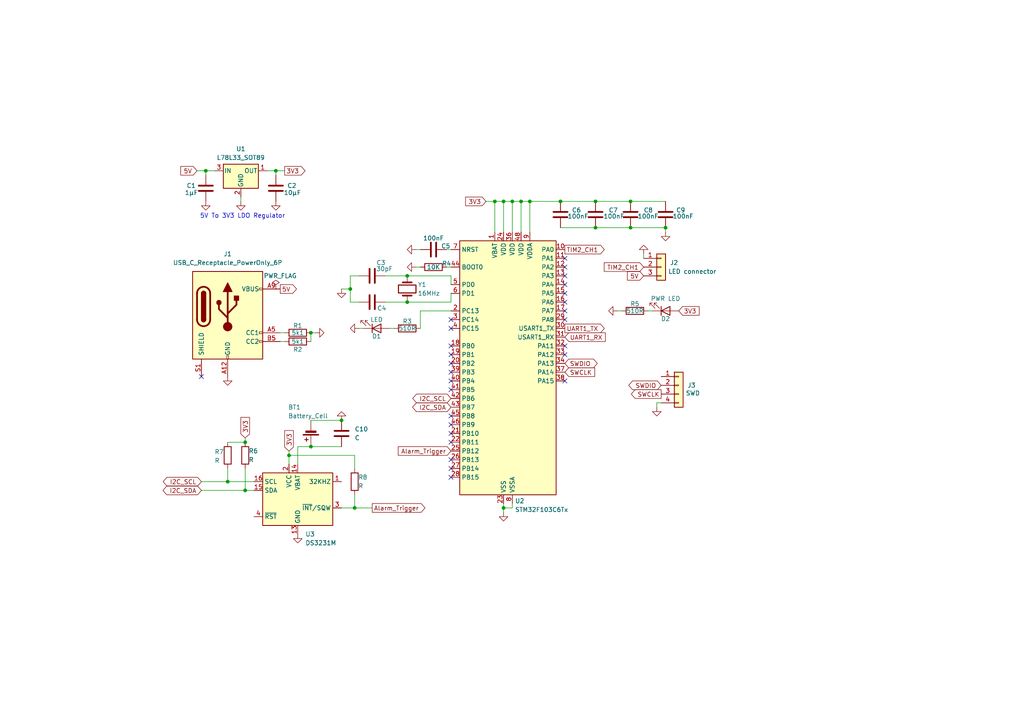
<source format=kicad_sch>
(kicad_sch (version 20231120) (generator "eeschema") (generator_version "8.0")
  (paper "A4")
  (lib_symbols
    (symbol "Connector:USB_C_Receptacle_PowerOnly_6P" (pin_names (offset 1.016))
      (property "Reference" "J" (at 0 16.51 0))
      (property "Value" "USB_C_Receptacle_PowerOnly_6P" (at 0 13.97 0))
      (symbol "USB_C_Receptacle_PowerOnly_6P_0_0"
        (rectangle (start -0.254 -12.7) (end 0.254 -11.684))
        (rectangle (start 10.16 -7.366) (end 9.144 -7.874))
        (rectangle (start 10.16 -4.826) (end 9.144 -5.334))
        (rectangle (start 10.16 7.874) (end 9.144 7.366))
      )
      (symbol "USB_C_Receptacle_PowerOnly_6P_0_1"
        (rectangle (start -10.16 12.7) (end 10.16 -12.7) (stroke (width 0.254)) (fill (type background)))
        (arc (start -8.89 -1.27) (mid -6.985 -3.1667) (end -5.08 -1.27) (stroke (width 0.508)))
        (arc (start -7.62 -1.27) (mid -6.985 -1.9023) (end -6.35 -1.27) (stroke (width 0.254)))
        (arc (start -7.62 -1.27) (mid -6.985 -1.9023) (end -6.35 -1.27) (stroke (width 0.254)) (fill (type outline)))
        (rectangle (start -7.62 -1.27) (end -6.35 6.35) (stroke (width 0.254)) (fill (type outline)))
        (arc (start -6.35 6.35) (mid -6.985 6.9823) (end -7.62 6.35) (stroke (width 0.254)))
        (arc (start -6.35 6.35) (mid -6.985 6.9823) (end -7.62 6.35) (stroke (width 0.254)) (fill (type outline)))
        (arc (start -5.08 6.35) (mid -6.985 8.2467) (end -8.89 6.35) (stroke (width 0.508)))
        (circle (center -2.54 3.683) (radius 0.635) (stroke (width 0.254)) (fill (type outline)))
        (circle (center 0 -3.302) (radius 1.27) (fill (type outline)))
        (polyline (pts (xy -8.89 -1.27) (xy -8.89 6.35)) (stroke (width 0.508)))
        (polyline (pts (xy -5.08 6.35) (xy -5.08 -1.27)) (stroke (width 0.508)))
        (polyline (pts (xy 0 -3.302) (xy 0 6.858)) (stroke (width 0.508)))
        (polyline (pts (xy 0 -0.762) (xy -2.54 1.778) (xy -2.54 3.048)) (stroke (width 0.508)))
        (polyline (pts (xy 0 0.508) (xy 2.54 3.048) (xy 2.54 4.318)) (stroke (width 0.508)))
        (polyline (pts (xy -1.27 6.858) (xy 0 9.398) (xy 1.27 6.858) (xy -1.27 6.858)) (stroke (width 0.254)) (fill (type outline)))
        (rectangle (start 1.905 4.318) (end 3.175 5.588) (stroke (width 0.254)) (fill (type outline)))
      )
      (symbol "USB_C_Receptacle_PowerOnly_6P_1_1"
        (pin passive line (at 0 -17.78 90) (length 5.08) (name "GND") (number "A12"))
        (pin bidirectional line (at 15.24 -5.08 180) (length 5.08) (name "CC1") (number "A5"))
        (pin passive line (at 15.24 7.62 180) (length 5.08) (name "VBUS") (number "A9"))
        (pin passive line (at 0 -17.78 90) (length 5.08) hide (name "GND") (number "B12"))
        (pin bidirectional line (at 15.24 -7.62 180) (length 5.08) (name "CC2") (number "B5"))
        (pin passive line (at 15.24 7.62 180) (length 5.08) hide (name "VBUS") (number "B9"))
        (pin passive line (at -7.62 -17.78 90) (length 5.08) (name "SHIELD") (number "S1"))
      )
    )
    (symbol "Connector_Generic:Conn_01x03" (pin_names (offset 1.016) hide)
      (property "Reference" "J" (at 0 5.08 0))
      (property "Value" "Conn_01x03" (at 0 -5.08 0))
      (symbol "Conn_01x03_1_1"
        (rectangle (start -1.27 -2.413) (end 0 -2.667) (stroke (width 0.1524)))
        (rectangle (start -1.27 0.127) (end 0 -0.127) (stroke (width 0.1524)))
        (rectangle (start -1.27 2.667) (end 0 2.413) (stroke (width 0.1524)))
        (rectangle (start -1.27 3.81) (end 1.27 -3.81) (stroke (width 0.254)) (fill (type background)))
        (pin passive line (at -5.08 2.54 0) (length 3.81) (name "Pin_1") (number "1"))
        (pin passive line (at -5.08 0 0) (length 3.81) (name "Pin_2") (number "2"))
        (pin passive line (at -5.08 -2.54 0) (length 3.81) (name "Pin_3") (number "3"))
      )
    )
    (symbol "Connector_Generic:Conn_01x04" (pin_names (offset 1.016) hide)
      (property "Reference" "J" (at 0 5.08 0))
      (property "Value" "Conn_01x04" (at 0 -7.62 0))
      (symbol "Conn_01x04_1_1"
        (rectangle (start -1.27 -4.953) (end 0 -5.207) (stroke (width 0.1524)))
        (rectangle (start -1.27 -2.413) (end 0 -2.667) (stroke (width 0.1524)))
        (rectangle (start -1.27 0.127) (end 0 -0.127) (stroke (width 0.1524)))
        (rectangle (start -1.27 2.667) (end 0 2.413) (stroke (width 0.1524)))
        (rectangle (start -1.27 3.81) (end 1.27 -6.35) (stroke (width 0.254)) (fill (type background)))
        (pin passive line (at -5.08 2.54 0) (length 3.81) (name "Pin_1") (number "1"))
        (pin passive line (at -5.08 0 0) (length 3.81) (name "Pin_2") (number "2"))
        (pin passive line (at -5.08 -2.54 0) (length 3.81) (name "Pin_3") (number "3"))
        (pin passive line (at -5.08 -5.08 0) (length 3.81) (name "Pin_4") (number "4"))
      )
    )
    (symbol "Device:Battery_Cell" (pin_numbers hide) (pin_names (offset 0) hide)
      (property "Reference" "BT" (at 2.54 2.54 0))
      (property "Value" "Battery_Cell" (at 2.54 0 0))
      (symbol "Battery_Cell_0_1"
        (rectangle (start -2.286 1.778) (end 2.286 1.524) (fill (type outline)))
        (rectangle (start -1.524 1.016) (end 1.524 0.508) (fill (type outline)))
        (polyline (pts (xy 0 0.762) (xy 0 0)))
        (polyline (pts (xy 0 1.778) (xy 0 2.54)))
        (polyline (pts (xy 0.762 3.048) (xy 1.778 3.048)) (stroke (width 0.254)))
        (polyline (pts (xy 1.27 3.556) (xy 1.27 2.54)) (stroke (width 0.254)))
      )
      (symbol "Battery_Cell_1_1"
        (pin passive line (at 0 5.08 270) (length 2.54) (name "+") (number "1"))
        (pin passive line (at 0 -2.54 90) (length 2.54) (name "-") (number "2"))
      )
    )
    (symbol "Device:C" (pin_numbers hide) (pin_names (offset 0.254))
      (property "Reference" "C" (at 0.635 2.54 0))
      (property "Value" "C" (at 0.635 -2.54 0))
      (symbol "C_0_1"
        (polyline (pts (xy -2.032 -0.762) (xy 2.032 -0.762)) (stroke (width 0.508)))
        (polyline (pts (xy -2.032 0.762) (xy 2.032 0.762)) (stroke (width 0.508)))
      )
      (symbol "C_1_1"
        (pin passive line (at 0 3.81 270) (length 2.794) (name "~") (number "1"))
        (pin passive line (at 0 -3.81 90) (length 2.794) (name "~") (number "2"))
      )
    )
    (symbol "Device:Crystal" (pin_numbers hide) (pin_names (offset 1.016) hide)
      (property "Reference" "Y" (at 0 3.81 0))
      (property "Value" "Crystal" (at 0 -3.81 0))
      (symbol "Crystal_0_1"
        (rectangle (start -1.143 2.54) (end 1.143 -2.54) (stroke (width 0.3048)))
        (polyline (pts (xy -2.54 0) (xy -1.905 0)))
        (polyline (pts (xy -1.905 -1.27) (xy -1.905 1.27)) (stroke (width 0.508)))
        (polyline (pts (xy 1.905 -1.27) (xy 1.905 1.27)) (stroke (width 0.508)))
        (polyline (pts (xy 2.54 0) (xy 1.905 0)))
      )
      (symbol "Crystal_1_1"
        (pin passive line (at -3.81 0 0) (length 1.27) (name "1") (number "1"))
        (pin passive line (at 3.81 0 180) (length 1.27) (name "2") (number "2"))
      )
    )
    (symbol "Device:LED" (pin_numbers hide) (pin_names (offset 1.016) hide)
      (property "Reference" "D" (at 0 2.54 0))
      (property "Value" "LED" (at 0 -2.54 0))
      (symbol "LED_0_1"
        (polyline (pts (xy -1.27 -1.27) (xy -1.27 1.27)) (stroke (width 0.254)))
        (polyline (pts (xy -1.27 0) (xy 1.27 0)))
        (polyline (pts (xy 1.27 -1.27) (xy 1.27 1.27) (xy -1.27 0) (xy 1.27 -1.27)) (stroke (width 0.254)))
        (polyline (pts (xy -3.048 -0.762) (xy -4.572 -2.286) (xy -3.81 -2.286) (xy -4.572 -2.286) (xy -4.572 -1.524)))
        (polyline (pts (xy -1.778 -0.762) (xy -3.302 -2.286) (xy -2.54 -2.286) (xy -3.302 -2.286) (xy -3.302 -1.524)))
      )
      (symbol "LED_1_1"
        (pin passive line (at -3.81 0 0) (length 2.54) (name "K") (number "1"))
        (pin passive line (at 3.81 0 180) (length 2.54) (name "A") (number "2"))
      )
    )
    (symbol "Device:R" (pin_numbers hide) (pin_names (offset 0))
      (property "Reference" "R" (at 2.032 0 90))
      (property "Value" "R" (at 0 0 90))
      (symbol "R_0_1"
        (rectangle (start -1.016 -2.54) (end 1.016 2.54) (stroke (width 0.254)))
      )
      (symbol "R_1_1"
        (pin passive line (at 0 3.81 270) (length 1.27) (name "~") (number "1"))
        (pin passive line (at 0 -3.81 90) (length 1.27) (name "~") (number "2"))
      )
    )
    (symbol "GND_1" (power) (pin_numbers hide) (pin_names (offset 0) hide)
      (property "Value" "GND" (at 0 -3.81 0))
      (symbol "GND_1_0_1"
        (polyline (pts (xy 0 0) (xy 0 -1.27) (xy 1.27 -1.27) (xy 0 -2.54) (xy -1.27 -1.27) (xy 0 -1.27)))
      )
      (symbol "GND_1_1_1"
        (pin power_in line (at 0 0 270) (length 0) (name "~") (number "1"))
      )
    )
    (symbol "MCU_ST_STM32F1:STM32F103C6Tx"
      (property "Reference" "U" (at -12.7 39.37 0))
      (property "Value" "STM32F103C6Tx" (at 10.16 39.37 0))
      (symbol "STM32F103C6Tx_0_1"
        (rectangle (start -12.7 -35.56) (end 15.24 38.1) (stroke (width 0.254)) (fill (type background)))
      )
      (symbol "STM32F103C6Tx_1_1"
        (pin power_in line (at -2.54 40.64 270) (length 2.54) (name "VBAT") (number "1"))
        (pin bidirectional line (at 17.78 35.56 180) (length 2.54) (name "PA0") (number "10"))
        (pin bidirectional line (at 17.78 33.02 180) (length 2.54) (name "PA1") (number "11"))
        (pin bidirectional line (at 17.78 30.48 180) (length 2.54) (name "PA2") (number "12"))
        (pin bidirectional line (at 17.78 27.94 180) (length 2.54) (name "PA3") (number "13"))
        (pin bidirectional line (at 17.78 25.4 180) (length 2.54) (name "PA4") (number "14"))
        (pin bidirectional line (at 17.78 22.86 180) (length 2.54) (name "PA5") (number "15"))
        (pin bidirectional line (at 17.78 20.32 180) (length 2.54) (name "PA6") (number "16"))
        (pin bidirectional line (at 17.78 17.78 180) (length 2.54) (name "PA7") (number "17"))
        (pin bidirectional line (at -15.24 7.62 0) (length 2.54) (name "PB0") (number "18"))
        (pin bidirectional line (at -15.24 5.08 0) (length 2.54) (name "PB1") (number "19"))
        (pin bidirectional line (at -15.24 17.78 0) (length 2.54) (name "PC13") (number "2"))
        (pin bidirectional line (at -15.24 2.54 0) (length 2.54) (name "PB2") (number "20"))
        (pin bidirectional line (at -15.24 -17.78 0) (length 2.54) (name "PB10") (number "21"))
        (pin bidirectional line (at -15.24 -20.32 0) (length 2.54) (name "PB11") (number "22"))
        (pin power_in line (at 0 -38.1 90) (length 2.54) (name "VSS") (number "23"))
        (pin power_in line (at 0 40.64 270) (length 2.54) (name "VDD") (number "24"))
        (pin bidirectional line (at -15.24 -22.86 0) (length 2.54) (name "PB12") (number "25"))
        (pin bidirectional line (at -15.24 -25.4 0) (length 2.54) (name "PB13") (number "26"))
        (pin bidirectional line (at -15.24 -27.94 0) (length 2.54) (name "PB14") (number "27"))
        (pin bidirectional line (at -15.24 -30.48 0) (length 2.54) (name "PB15") (number "28"))
        (pin bidirectional line (at 17.78 15.24 180) (length 2.54) (name "PA8") (number "29"))
        (pin bidirectional line (at -15.24 15.24 0) (length 2.54) (name "PC14") (number "3"))
        (pin bidirectional line (at 17.78 12.7 180) (length 2.54) (name "PA9") (number "30") (alternate "USART1_TX" bidirectional line))
        (pin bidirectional line (at 17.78 10.16 180) (length 2.54) (name "PA10") (number "31") (alternate "USART1_RX" bidirectional line))
        (pin bidirectional line (at 17.78 7.62 180) (length 2.54) (name "PA11") (number "32") (alternate "" input line))
        (pin bidirectional line (at 17.78 5.08 180) (length 2.54) (name "PA12") (number "33"))
        (pin bidirectional line (at 17.78 2.54 180) (length 2.54) (name "PA13") (number "34"))
        (pin passive line (at 0 -38.1 90) (length 2.54) hide (name "VSS") (number "35"))
        (pin power_in line (at 2.54 40.64 270) (length 2.54) (name "VDD") (number "36"))
        (pin bidirectional line (at 17.78 0 180) (length 2.54) (name "PA14") (number "37"))
        (pin bidirectional line (at 17.78 -2.54 180) (length 2.54) (name "PA15") (number "38"))
        (pin bidirectional line (at -15.24 0 0) (length 2.54) (name "PB3") (number "39"))
        (pin bidirectional line (at -15.24 12.7 0) (length 2.54) (name "PC15") (number "4"))
        (pin bidirectional line (at -15.24 -2.54 0) (length 2.54) (name "PB4") (number "40"))
        (pin bidirectional line (at -15.24 -5.08 0) (length 2.54) (name "PB5") (number "41"))
        (pin bidirectional line (at -15.24 -7.62 0) (length 2.54) (name "PB6") (number "42") (alternate "USART1_TX" bidirectional line))
        (pin bidirectional line (at -15.24 -10.16 0) (length 2.54) (name "PB7") (number "43") (alternate "USART1_RX" bidirectional line))
        (pin input line (at -15.24 30.48 0) (length 2.54) (name "BOOT0") (number "44"))
        (pin bidirectional line (at -15.24 -12.7 0) (length 2.54) (name "PB8") (number "45"))
        (pin bidirectional line (at -15.24 -15.24 0) (length 2.54) (name "PB9") (number "46"))
        (pin passive line (at 0 -38.1 90) (length 2.54) hide (name "VSS") (number "47"))
        (pin power_in line (at 5.08 40.64 270) (length 2.54) (name "VDD") (number "48"))
        (pin bidirectional line (at -15.24 25.4 0) (length 2.54) (name "PD0") (number "5"))
        (pin bidirectional line (at -15.24 22.86 0) (length 2.54) (name "PD1") (number "6"))
        (pin input line (at -15.24 35.56 0) (length 2.54) (name "NRST") (number "7"))
        (pin power_in line (at 2.54 -38.1 90) (length 2.54) (name "VSSA") (number "8"))
        (pin power_in line (at 7.62 40.64 270) (length 2.54) (name "VDDA") (number "9"))
      )
    )
    (symbol "Regulator_Linear:L78L33_SOT89" (pin_names (offset 0.254))
      (property "Reference" "U" (at -3.81 3.175 0))
      (property "Value" "L78L33_SOT89" (at -0.635 3.175 0))
      (symbol "L78L33_SOT89_0_1"
        (rectangle (start -5.08 1.905) (end 5.08 -5.08) (stroke (width 0.254)) (fill (type background)))
      )
      (symbol "L78L33_SOT89_1_1"
        (pin power_out line (at 7.62 0 180) (length 2.54) (name "OUT") (number "1"))
        (pin power_in line (at 0 -7.62 90) (length 2.54) (name "GND") (number "2"))
        (pin power_in line (at -7.62 0 0) (length 2.54) (name "IN") (number "3"))
      )
    )
    (symbol "Timer_RTC:DS3231M"
      (property "Reference" "U" (at -7.62 8.89 0))
      (property "Value" "DS3231M" (at 10.16 8.89 0))
      (symbol "DS3231M_0_1"
        (rectangle (start -10.16 7.62) (end 10.16 -7.62) (stroke (width 0.254)) (fill (type background)))
      )
      (symbol "DS3231M_1_1"
        (pin open_collector line (at 12.7 5.08 180) (length 2.54) (name "32KHZ") (number "1"))
        (pin passive line (at 0 -10.16 90) (length 2.54) hide (name "GND") (number "10"))
        (pin passive line (at 0 -10.16 90) (length 2.54) hide (name "GND") (number "11"))
        (pin passive line (at 0 -10.16 90) (length 2.54) hide (name "GND") (number "12"))
        (pin power_in line (at 0 -10.16 90) (length 2.54) (name "GND") (number "13"))
        (pin power_in line (at 0 10.16 270) (length 2.54) (name "VBAT") (number "14"))
        (pin bidirectional line (at -12.7 2.54 0) (length 2.54) (name "SDA") (number "15"))
        (pin input line (at -12.7 5.08 0) (length 2.54) (name "SCL") (number "16"))
        (pin power_in line (at -2.54 10.16 270) (length 2.54) (name "VCC") (number "2"))
        (pin open_collector line (at 12.7 -2.54 180) (length 2.54) (name "~{INT}/SQW") (number "3"))
        (pin bidirectional line (at -12.7 -5.08 0) (length 2.54) (name "~{RST}") (number "4"))
        (pin passive line (at 0 -10.16 90) (length 2.54) hide (name "GND") (number "5"))
        (pin passive line (at 0 -10.16 90) (length 2.54) hide (name "GND") (number "6"))
        (pin passive line (at 0 -10.16 90) (length 2.54) hide (name "GND") (number "7"))
        (pin passive line (at 0 -10.16 90) (length 2.54) hide (name "GND") (number "8"))
        (pin passive line (at 0 -10.16 90) (length 2.54) hide (name "GND") (number "9"))
      )
    )
    (symbol "power:GND" (power) (pin_names (offset 0))
      (property "Value" "GND" (at 0 -3.81 0))
      (symbol "GND_0_1"
        (polyline (pts (xy 0 0) (xy 0 -1.27) (xy 1.27 -1.27) (xy 0 -2.54) (xy -1.27 -1.27) (xy 0 -1.27)))
      )
      (symbol "GND_1_1"
        (pin power_in line (at 0 0 270) (length 0) hide (name "GND") (number "1"))
      )
    )
    (symbol "power:PWR_FLAG" (power) (pin_numbers hide) (pin_names (offset 0) hide)
      (property "Value" "PWR_FLAG" (at 0 3.81 0))
      (symbol "PWR_FLAG_0_0"
        (pin power_out line (at 0 0 90) (length 0) (name "~") (number "1"))
      )
      (symbol "PWR_FLAG_0_1"
        (polyline (pts (xy 0 0) (xy 0 1.27) (xy -1.016 1.905) (xy 0 2.54) (xy 1.016 1.905) (xy 0 1.27)))
      )
    )
  )
  (junction (at 148.59 58.42))
  (junction (at 71.12 142.24))
  (junction (at 151.13 58.42))
  (junction (at 146.05 147.32))
  (junction (at 172.72 58.42))
  (junction (at 90.17 129.54))
  (junction (at 99.06 121.92))
  (junction (at 90.17 96.52))
  (junction (at 59.69 49.53))
  (junction (at 118.11 80.01))
  (junction (at 146.05 58.42))
  (junction (at 182.88 58.42))
  (junction (at 66.04 139.7))
  (junction (at 83.82 132.08))
  (junction (at 153.67 58.42))
  (junction (at 143.51 58.42))
  (junction (at 102.87 147.32))
  (junction (at 162.56 58.42))
  (junction (at 172.72 66.04))
  (junction (at 101.6 83.82))
  (junction (at 118.11 87.63))
  (junction (at 182.88 66.04))
  (junction (at 71.12 128.27))
  (junction (at 80.01 49.53))
  (junction (at 193.04 66.04))
  (no_connect (at 130.81 128.27))
  (no_connect (at 163.83 85.09))
  (no_connect (at 130.81 113.03))
  (no_connect (at 163.83 80.01))
  (no_connect (at 130.81 125.73))
  (no_connect (at 163.83 110.49))
  (no_connect (at 130.81 100.33))
  (no_connect (at 130.81 120.65))
  (no_connect (at 130.81 92.71))
  (no_connect (at 130.81 107.95))
  (no_connect (at 58.42 109.22))
  (no_connect (at 163.83 87.63))
  (no_connect (at 163.83 77.47))
  (no_connect (at 163.83 102.87))
  (no_connect (at 163.83 90.17))
  (no_connect (at 163.83 100.33))
  (no_connect (at 130.81 105.41))
  (no_connect (at 130.81 135.89))
  (no_connect (at 130.81 133.35))
  (no_connect (at 130.81 110.49))
  (no_connect (at 130.81 95.25))
  (no_connect (at 163.83 92.71))
  (no_connect (at 130.81 138.43))
  (no_connect (at 163.83 74.93))
  (no_connect (at 163.83 82.55))
  (no_connect (at 130.81 102.87))
  (no_connect (at 130.81 123.19))
  (wire (pts (xy 193.04 66.04) (xy 193.04 67.31)))
  (wire (pts (xy 146.05 146.05) (xy 146.05 147.32)))
  (wire (pts (xy 90.17 121.92) (xy 99.06 121.92)))
  (wire (pts (xy 143.51 58.42) (xy 146.05 58.42)))
  (wire (pts (xy 90.17 96.52) (xy 90.17 99.06)))
  (wire (pts (xy 80.01 49.53) (xy 82.55 49.53)))
  (wire (pts (xy 77.47 49.53) (xy 80.01 49.53)))
  (wire (pts (xy 66.04 139.7) (xy 73.66 139.7)))
  (wire (pts (xy 71.12 127) (xy 71.12 128.27)))
  (wire (pts (xy 191.77 116.84) (xy 190.5 116.84)))
  (wire (pts (xy 148.59 58.42) (xy 151.13 58.42)))
  (wire (pts (xy 151.13 58.42) (xy 151.13 67.31)))
  (wire (pts (xy 101.6 80.01) (xy 101.6 83.82)))
  (wire (pts (xy 151.13 58.42) (xy 153.67 58.42)))
  (wire (pts (xy 182.88 66.04) (xy 193.04 66.04)))
  (wire (pts (xy 111.76 87.63) (xy 118.11 87.63)))
  (wire (pts (xy 118.11 80.01) (xy 130.81 80.01)))
  (wire (pts (xy 62.23 49.53) (xy 59.69 49.53)))
  (wire (pts (xy 99.06 147.32) (xy 102.87 147.32)))
  (wire (pts (xy 129.54 77.47) (xy 130.81 77.47)))
  (wire (pts (xy 120.65 72.39) (xy 121.92 72.39)))
  (wire (pts (xy 179.07 90.17) (xy 180.34 90.17)))
  (wire (pts (xy 83.82 132.08) (xy 102.87 132.08)))
  (wire (pts (xy 58.42 142.24) (xy 71.12 142.24)))
  (wire (pts (xy 153.67 58.42) (xy 153.67 67.31)))
  (wire (pts (xy 148.59 147.32) (xy 148.59 146.05)))
  (wire (pts (xy 102.87 147.32) (xy 107.95 147.32)))
  (wire (pts (xy 101.6 87.63) (xy 104.14 87.63)))
  (wire (pts (xy 71.12 135.89) (xy 71.12 142.24)))
  (wire (pts (xy 81.28 99.06) (xy 82.55 99.06)))
  (wire (pts (xy 104.14 80.01) (xy 101.6 80.01)))
  (wire (pts (xy 99.06 83.82) (xy 101.6 83.82)))
  (wire (pts (xy 146.05 58.42) (xy 148.59 58.42)))
  (wire (pts (xy 146.05 58.42) (xy 146.05 67.31)))
  (wire (pts (xy 104.14 95.25) (xy 105.41 95.25)))
  (wire (pts (xy 83.82 132.08) (xy 83.82 134.62)))
  (wire (pts (xy 162.56 58.42) (xy 172.72 58.42)))
  (wire (pts (xy 58.42 139.7) (xy 66.04 139.7)))
  (wire (pts (xy 129.54 72.39) (xy 130.81 72.39)))
  (wire (pts (xy 140.97 58.42) (xy 143.51 58.42)))
  (wire (pts (xy 172.72 66.04) (xy 182.88 66.04)))
  (wire (pts (xy 130.81 80.01) (xy 130.81 82.55)))
  (wire (pts (xy 186.69 73.66) (xy 186.69 74.93)))
  (wire (pts (xy 118.11 87.63) (xy 130.81 87.63)))
  (wire (pts (xy 113.03 95.25) (xy 114.3 95.25)))
  (wire (pts (xy 172.72 58.42) (xy 182.88 58.42)))
  (wire (pts (xy 86.36 129.54) (xy 86.36 134.62)))
  (wire (pts (xy 190.5 116.84) (xy 190.5 118.11)))
  (wire (pts (xy 83.82 130.81) (xy 83.82 132.08)))
  (wire (pts (xy 81.28 96.52) (xy 82.55 96.52)))
  (wire (pts (xy 66.04 135.89) (xy 66.04 139.7)))
  (wire (pts (xy 59.69 49.53) (xy 59.69 50.8)))
  (wire (pts (xy 57.15 49.53) (xy 59.69 49.53)))
  (wire (pts (xy 101.6 83.82) (xy 101.6 87.63)))
  (wire (pts (xy 71.12 142.24) (xy 73.66 142.24)))
  (wire (pts (xy 121.92 90.17) (xy 121.92 95.25)))
  (wire (pts (xy 102.87 143.51) (xy 102.87 147.32)))
  (wire (pts (xy 182.88 58.42) (xy 193.04 58.42)))
  (wire (pts (xy 146.05 147.32) (xy 148.59 147.32)))
  (wire (pts (xy 102.87 132.08) (xy 102.87 135.89)))
  (wire (pts (xy 153.67 58.42) (xy 162.56 58.42)))
  (wire (pts (xy 146.05 147.32) (xy 146.05 148.59)))
  (wire (pts (xy 90.17 129.54) (xy 86.36 129.54)))
  (wire (pts (xy 148.59 58.42) (xy 148.59 67.31)))
  (wire (pts (xy 80.01 49.53) (xy 80.01 50.8)))
  (wire (pts (xy 69.85 57.15) (xy 69.85 58.42)))
  (wire (pts (xy 121.92 90.17) (xy 130.81 90.17)))
  (wire (pts (xy 143.51 67.31) (xy 143.51 58.42)))
  (wire (pts (xy 111.76 80.01) (xy 118.11 80.01)))
  (wire (pts (xy 90.17 96.52) (xy 91.44 96.52)))
  (wire (pts (xy 120.65 77.47) (xy 121.92 77.47)))
  (wire (pts (xy 66.04 128.27) (xy 71.12 128.27)))
  (wire (pts (xy 130.81 87.63) (xy 130.81 85.09)))
  (wire (pts (xy 187.96 90.17) (xy 189.23 90.17)))
  (wire (pts (xy 90.17 129.54) (xy 99.06 129.54)))
  (wire (pts (xy 162.56 66.04) (xy 172.72 66.04)))
  (text "5V To 3V3 LDO Regulator\n" (at 70.358 62.738 0) (effects (font (size 1.27 1.27))))
  (global_label "5V" (shape input) (at 186.69 80.01 180) (property "Intersheetrefs" "${INTERSHEET_REFS}" (effects (hide yes))))
  (global_label "SWCLK" (shape output) (at 191.77 114.3 180) (property "Intersheetrefs" "${INTERSHEET_REFS}" (effects (hide yes))))
  (global_label "3V3" (shape input) (at 140.97 58.42 180) (property "Intersheetrefs" "${INTERSHEET_REFS}" (effects (hide yes))))
  (global_label "I2C_SCL" (shape bidirectional) (at 130.81 115.57 180) (property "Intersheetrefs" "${INTERSHEET_REFS}" (effects (hide yes))))
  (global_label "3V3" (shape input) (at 71.12 127 90) (property "Intersheetrefs" "${INTERSHEET_REFS}" (effects (hide yes))))
  (global_label "3V3" (shape output) (at 82.55 49.53 0) (property "Intersheetrefs" "${INTERSHEET_REFS}" (effects (hide yes))))
  (global_label "SWCLK" (shape input) (at 163.83 107.95 0) (property "Intersheetrefs" "${INTERSHEET_REFS}" (effects (hide yes))))
  (global_label "3V3" (shape input) (at 83.82 130.81 90) (property "Intersheetrefs" "${INTERSHEET_REFS}" (effects (hide yes))))
  (global_label "SWDIO" (shape bidirectional) (at 163.83 105.41 0) (property "Intersheetrefs" "${INTERSHEET_REFS}" (effects (hide yes))))
  (global_label "5V" (shape input) (at 57.15 49.53 180) (property "Intersheetrefs" "${INTERSHEET_REFS}" (effects (hide yes))))
  (global_label "SWDIO" (shape bidirectional) (at 191.77 111.76 180) (property "Intersheetrefs" "${INTERSHEET_REFS}" (effects (hide yes))))
  (global_label "TIM2_CH1" (shape input) (at 186.69 77.47 180) (property "Intersheetrefs" "${INTERSHEET_REFS}" (effects (hide yes))))
  (global_label "5V" (shape output) (at 81.28 83.82 0) (property "Intersheetrefs" "${INTERSHEET_REFS}" (effects (hide yes))))
  (global_label "I2C_SDA" (shape bidirectional) (at 130.81 118.11 180) (property "Intersheetrefs" "${INTERSHEET_REFS}" (effects (hide yes))))
  (global_label "3V3" (shape input) (at 196.85 90.17 0) (property "Intersheetrefs" "${INTERSHEET_REFS}" (effects (hide yes))))
  (global_label "I2C_SDA" (shape bidirectional) (at 58.42 142.24 180) (property "Intersheetrefs" "${INTERSHEET_REFS}" (effects (hide yes))))
  (global_label "Alarm_Trigger" (shape input) (at 130.81 130.81 180) (property "Intersheetrefs" "${INTERSHEET_REFS}" (effects (hide yes))))
  (global_label "TIM2_CH1" (shape output) (at 163.83 72.39 0) (property "Intersheetrefs" "${INTERSHEET_REFS}" (effects (hide yes))))
  (global_label "I2C_SCL" (shape bidirectional) (at 58.42 139.7 180) (property "Intersheetrefs" "${INTERSHEET_REFS}" (effects (hide yes))))
  (global_label "Alarm_Trigger" (shape output) (at 107.95 147.32 0) (property "Intersheetrefs" "${INTERSHEET_REFS}" (effects (hide yes))))
  (global_label "UART1_RX" (shape input) (at 163.83 97.79 0) (property "Intersheetrefs" "${INTERSHEET_REFS}" (effects (hide yes))))
  (global_label "UART1_TX" (shape output) (at 163.83 95.25 0) (property "Intersheetrefs" "${INTERSHEET_REFS}" (effects (hide yes))))
  (symbol (lib_id "power:PWR_FLAG") (at 80.01 83.82 0) (unit 1)
    (property "Reference" "#FLG01" (effects (hide yes)))
    (property "Value" "PWR_FLAG" (at 81.28 80.01 0))
    (property "Description" "Special symbol for telling ERC where power comes from" (effects (hide yes)))
  )
  (symbol (lib_id "Device:R") (at 125.73 77.47 270) (unit 1)
    (property "Reference" "R4" (at 129.54 76.454 90))
    (property "Value" "10K" (at 125.73 77.47 90))
    (property "Footprint" "Resistor_SMD:R_0805_2012Metric" (effects (hide yes)))
    (property "Description" "Resistor" (effects (hide yes)))
  )
  (symbol (lib_id "Device:R") (at 184.15 90.17 270) (unit 1)
    (property "Reference" "R5" (at 184.15 88.138 90))
    (property "Value" "510R" (at 184.15 90.17 90))
    (property "Footprint" "Resistor_SMD:R_0805_2012Metric" (effects (hide yes)))
    (property "Description" "Resistor" (effects (hide yes)))
  )
  (symbol (lib_id "Device:C") (at 99.06 125.73 0) (unit 1)
    (property "Reference" "C10" (at 102.87 124.4599 0) (effects (justify left)))
    (property "Value" "C" (at 102.87 126.9999 0) (effects (justify left)))
    (property "Description" "Unpolarized capacitor" (effects (hide yes)))
  )
  (symbol (lib_id "power:GND") (at 120.65 72.39 270) (unit 1)
    (property "Reference" "#PWR08" (effects (hide yes)))
    (property "Value" "GND" (effects (hide yes)))
    (property "Description" "Power symbol creates a global label with name \"GND\" , ground" (effects (hide yes)))
  )
  (symbol (lib_id "Device:R") (at 118.11 95.25 90) (unit 1)
    (property "Reference" "R3" (at 118.11 93.218 90))
    (property "Value" "510R" (at 118.11 95.25 90))
    (property "Footprint" "Resistor_SMD:R_0805_2012Metric" (effects (hide yes)))
    (property "Description" "Resistor" (effects (hide yes)))
  )
  (symbol (lib_id "Device:R") (at 86.36 96.52 90) (unit 1)
    (property "Reference" "R1" (at 86.36 94.488 90))
    (property "Value" "5k1" (at 86.36 96.52 90))
    (property "Description" "Resistor" (effects (hide yes)))
  )
  (symbol (lib_id "Device:Crystal") (at 118.11 83.82 90) (unit 1)
    (property "Reference" "Y1" (at 121.158 82.55 90) (effects (justify right)))
    (property "Value" "16MHz" (at 121.158 85.09 90) (effects (justify right)))
    (property "Footprint" "Crystal:Crystal_HC49-4H_Vertical" (effects (hide yes)))
    (property "Description" "Two pin crystal" (effects (hide yes)))
  )
  (symbol (lib_id "Device:Battery_Cell") (at 90.17 124.46 180) (unit 1)
    (property "Reference" "BT1" (at 83.566 118.11 0) (effects (justify right)))
    (property "Value" "Battery_Cell" (at 83.566 120.65 0) (effects (justify right)))
    (property "Description" "Single-cell battery" (effects (hide yes)))
  )
  (symbol (lib_id "Device:LED") (at 193.04 90.17 0) (mirror x) (unit 1)
    (property "Reference" "D2" (at 193.04 92.456 0))
    (property "Value" "PWR LED" (at 193.04 86.614 0))
    (property "Footprint" "LED_SMD:LED_0805_2012Metric" (effects (hide yes)))
    (property "Description" "Light emitting diode" (effects (hide yes)))
  )
  (symbol (lib_id "power:GND") (at 186.69 73.66 180) (unit 1)
    (property "Reference" "#PWR012" (effects (hide yes)))
    (property "Value" "GND" (effects (hide yes)))
    (property "Description" "Power symbol creates a global label with name \"GND\" , ground" (effects (hide yes)))
  )
  (symbol (lib_id "power:GND") (at 69.85 58.42 0) (unit 1)
    (property "Reference" "#PWR03" (effects (hide yes)))
    (property "Value" "GND" (effects (hide yes)))
    (property "Description" "Power symbol creates a global label with name \"GND\" , ground" (effects (hide yes)))
  )
  (symbol (lib_id "Connector_Generic:Conn_01x04") (at 196.85 111.76 0) (unit 1)
    (property "Reference" "J3" (at 199.39 111.7599 0) (effects (justify left)))
    (property "Value" "SWD" (at 198.882 114.046 0) (effects (justify left)))
    (property "Footprint" "Connector_PinSocket_2.54mm:PinSocket_1x04_P2.54mm_Vertical" (effects (hide yes)))
    (property "Description" "Generic connector, single row, 01x04, script generated (kicad-library-utils/schlib/autogen/connector/)" (effects (hide yes)))
  )
  (symbol (lib_id "power:GND") (at 99.06 83.82 0) (unit 1)
    (property "Reference" "#PWR06" (effects (hide yes)))
    (property "Value" "GND" (effects (hide yes)))
    (property "Description" "Power symbol creates a global label with name \"GND\" , ground" (effects (hide yes)))
  )
  (symbol (lib_id "Device:C") (at 107.95 87.63 90) (unit 1)
    (property "Reference" "C4" (at 110.744 89.408 90))
    (property "Value" "30pF" (effects (hide yes)))
    (property "Footprint" "Capacitor_SMD:C_0805_2012Metric" (effects (hide yes)))
    (property "Description" "Unpolarized capacitor" (effects (hide yes)))
  )
  (symbol (lib_name "GND_1") (lib_id "power:GND") (at 86.36 154.94 0) (unit 1)
    (property "Reference" "#PWR015" (effects (hide yes)))
    (property "Value" "GND" (effects (hide yes)))
    (property "Description" "Power symbol creates a global label with name \"GND\" , ground" (effects (hide yes)))
  )
  (symbol (lib_id "power:GND") (at 104.14 95.25 270) (unit 1)
    (property "Reference" "#PWR07" (effects (hide yes)))
    (property "Value" "GND" (effects (hide yes)))
    (property "Description" "Power symbol creates a global label with name \"GND\" , ground" (effects (hide yes)))
  )
  (symbol (lib_id "power:GND") (at 80.01 58.42 0) (unit 1)
    (property "Reference" "#PWR04" (effects (hide yes)))
    (property "Value" "GND" (effects (hide yes)))
    (property "Description" "Power symbol creates a global label with name \"GND\" , ground" (effects (hide yes)))
  )
  (symbol (lib_name "GND_1") (lib_id "power:GND") (at 99.06 121.92 180) (unit 1)
    (property "Reference" "#PWR016" (effects (hide yes)))
    (property "Value" "GND" (effects (hide yes)))
    (property "Description" "Power symbol creates a global label with name \"GND\" , ground" (effects (hide yes)))
  )
  (symbol (lib_id "Device:LED") (at 109.22 95.25 0) (mirror x) (unit 1)
    (property "Reference" "D1" (at 109.22 97.536 0))
    (property "Value" "LED" (at 109.22 92.71 0))
    (property "Footprint" "LED_SMD:LED_0805_2012Metric" (effects (hide yes)))
    (property "Description" "Light emitting diode" (effects (hide yes)))
  )
  (symbol (lib_id "Connector:USB_C_Receptacle_PowerOnly_6P") (at 66.04 91.44 0) (unit 1)
    (property "Reference" "J1" (at 66.04 73.66 0))
    (property "Value" "USB_C_Receptacle_PowerOnly_6P" (at 66.04 76.2 0))
    (property "Datasheet" "https://www.usb.org/sites/default/files/documents/usb_type-c.zip" (effects (hide yes)))
    (property "Description" "USB Power-Only 6P Type-C Receptacle connector" (effects (hide yes)))
  )
  (symbol (lib_id "Connector_Generic:Conn_01x03") (at 191.77 77.47 0) (unit 1)
    (property "Reference" "J2" (at 194.31 76.1999 0) (effects (justify left)))
    (property "Value" "LED connector" (at 193.802 78.74 0) (effects (justify left)))
    (property "Footprint" "Connector_PinHeader_2.54mm:PinHeader_1x03_P2.54mm_Vertical" (effects (hide yes)))
    (property "Description" "Generic connector, single row, 01x03, script generated (kicad-library-utils/schlib/autogen/connector/)" (effects (hide yes)))
  )
  (symbol (lib_id "Regulator_Linear:L78L33_SOT89") (at 69.85 49.53 0) (unit 1)
    (property "Reference" "U1" (at 69.85 43.18 0))
    (property "Value" "L78L33_SOT89" (at 69.85 45.72 0))
    (property "Footprint" "Package_TO_SOT_SMD:SOT-89-3" (effects (hide yes)))
    (property "Datasheet" "http://www.st.com/content/ccc/resource/technical/document/datasheet/15/55/e5/aa/23/5b/43/fd/CD00000446.pdf/files/CD00000446.pdf/jcr:content/translations/en.CD00000446.pdf" (effects (hide yes)))
    (property "Description" "Positive 100mA 30V Linear Regulator, Fixed Output 3.3V, SOT-89" (effects (hide yes)))
  )
  (symbol (lib_id "power:GND") (at 66.04 109.22 0) (unit 1)
    (property "Reference" "#PWR02" (effects (hide yes)))
    (property "Value" "GND" (effects (hide yes)))
    (property "Description" "Power symbol creates a global label with name \"GND\" , ground" (effects (hide yes)))
  )
  (symbol (lib_id "Device:R") (at 86.36 99.06 90) (unit 1)
    (property "Reference" "R2" (at 86.36 101.346 90))
    (property "Value" "5k1" (at 86.36 99.06 90))
    (property "Description" "Resistor" (effects (hide yes)))
  )
  (symbol (lib_id "power:GND") (at 190.5 118.11 0) (unit 1)
    (property "Reference" "#PWR013" (effects (hide yes)))
    (property "Value" "GND" (effects (hide yes)))
    (property "Description" "Power symbol creates a global label with name \"GND\" , ground" (effects (hide yes)))
  )
  (symbol (lib_id "power:GND") (at 59.69 58.42 0) (unit 1)
    (property "Reference" "#PWR01" (effects (hide yes)))
    (property "Value" "GND" (effects (hide yes)))
    (property "Description" "Power symbol creates a global label with name \"GND\" , ground" (effects (hide yes)))
  )
  (symbol (lib_id "Device:C") (at 80.01 54.61 0) (unit 1)
    (property "Reference" "C2" (at 83.312 53.848 0) (effects (justify left)))
    (property "Value" "10μF" (at 82.296 55.88 0) (effects (justify left)))
    (property "Footprint" "Capacitor_SMD:C_0805_2012Metric" (effects (hide yes)))
    (property "Description" "Unpolarized capacitor" (effects (hide yes)))
  )
  (symbol (lib_id "power:GND") (at 193.04 67.31 0) (unit 1)
    (property "Reference" "#PWR014" (effects (hide yes)))
    (property "Value" "GND" (effects (hide yes)))
    (property "Description" "Power symbol creates a global label with name \"GND\" , ground" (effects (hide yes)))
  )
  (symbol (lib_id "Device:C") (at 172.72 62.23 0) (unit 1)
    (property "Reference" "C7" (at 176.53 60.9599 0) (effects (justify left)))
    (property "Value" "100nF" (at 175.006 62.738 0) (effects (justify left)))
    (property "Footprint" "Capacitor_SMD:C_0603_1608Metric" (effects (hide yes)))
    (property "Description" "Unpolarized capacitor" (effects (hide yes)))
  )
  (symbol (lib_id "Timer_RTC:DS3231M") (at 86.36 144.78 0) (unit 1)
    (property "Reference" "U3" (at 88.5541 154.94 0) (effects (justify left)))
    (property "Value" "DS3231M" (at 88.5541 157.48 0) (effects (justify left)))
    (property "Footprint" "Package_SO:SOIC-16W_7.5x10.3mm_P1.27mm" (effects (hide yes)))
    (property "Datasheet" "http://datasheets.maximintegrated.com/en/ds/DS3231.pdf" (effects (hide yes)))
    (property "Description" "Extremely Accurate I2C-Integrated RTC/TCXO/Crystal SOIC-16" (effects (hide yes)))
  )
  (symbol (lib_id "power:GND") (at 179.07 90.17 270) (unit 1)
    (property "Reference" "#PWR011" (effects (hide yes)))
    (property "Value" "GND" (effects (hide yes)))
    (property "Description" "Power symbol creates a global label with name \"GND\" , ground" (effects (hide yes)))
  )
  (symbol (lib_id "Device:C") (at 162.56 62.23 0) (unit 1)
    (property "Reference" "C6" (at 165.862 60.96 0) (effects (justify left)))
    (property "Value" "100nF" (at 164.592 62.738 0) (effects (justify left)))
    (property "Footprint" "Capacitor_SMD:C_0603_1608Metric" (effects (hide yes)))
    (property "Description" "Unpolarized capacitor" (effects (hide yes)))
  )
  (symbol (lib_id "MCU_ST_STM32F1:STM32F103C6Tx") (at 146.05 107.95 0) (unit 1)
    (property "Reference" "U2" (at 149.352 145.288 0) (effects (justify left)))
    (property "Value" "STM32F103C6Tx" (at 149.352 147.828 0) (effects (justify left)))
    (property "Footprint" "Package_QFP:LQFP-48_7x7mm_P0.5mm" (effects (hide yes)))
    (property "Datasheet" "https://www.st.com/resource/en/datasheet/stm32f103c6.pdf" (effects (hide yes)))
    (property "Description" "STMicroelectronics Arm Cortex-M3 MCU, 32KB flash, 10KB RAM, 72 MHz, 2.0-3.6V, 37 GPIO, LQFP48" (effects (hide yes)))
    (pin "30" (alternate "USART1_TX"))
    (pin "31" (alternate "USART1_RX"))
    (pin "32" (alternate "PA11"))
  )
  (symbol (lib_id "power:GND") (at 146.05 148.59 0) (unit 1)
    (property "Reference" "#PWR010" (effects (hide yes)))
    (property "Value" "GND" (effects (hide yes)))
    (property "Description" "Power symbol creates a global label with name \"GND\" , ground" (effects (hide yes)))
  )
  (symbol (lib_id "Device:C") (at 182.88 62.23 0) (unit 1)
    (property "Reference" "C8" (at 186.69 60.9599 0) (effects (justify left)))
    (property "Value" "100nF" (at 184.912 62.738 0) (effects (justify left)))
    (property "Footprint" "Capacitor_SMD:C_0603_1608Metric" (effects (hide yes)))
    (property "Description" "Unpolarized capacitor" (effects (hide yes)))
  )
  (symbol (lib_id "power:GND") (at 91.44 96.52 90) (unit 1)
    (property "Reference" "#PWR05" (effects (hide yes)))
    (property "Value" "GND" (effects (hide yes)))
    (property "Description" "Power symbol creates a global label with name \"GND\" , ground" (effects (hide yes)))
  )
  (symbol (lib_id "Device:C") (at 193.04 62.23 0) (unit 1)
    (property "Reference" "C9" (at 196.088 60.96 0) (effects (justify left)))
    (property "Value" "100nF" (at 195.072 62.7381 0) (effects (justify left)))
    (property "Footprint" "Capacitor_SMD:C_0603_1608Metric" (effects (hide yes)))
    (property "Description" "Unpolarized capacitor" (effects (hide yes)))
  )
  (symbol (lib_id "Device:R") (at 66.04 132.08 0) (unit 1)
    (property "Reference" "R7" (at 62.23 131.064 0) (effects (justify left)))
    (property "Value" "R" (at 62.23 133.604 0) (effects (justify left)))
    (property "Description" "Resistor" (effects (hide yes)))
  )
  (symbol (lib_id "power:GND") (at 120.65 77.47 270) (unit 1)
    (property "Reference" "#PWR09" (effects (hide yes)))
    (property "Value" "GND" (effects (hide yes)))
    (property "Description" "Power symbol creates a global label with name \"GND\" , ground" (effects (hide yes)))
  )
  (symbol (lib_id "Device:C") (at 107.95 80.01 90) (unit 1)
    (property "Reference" "C3" (at 110.49 76.2 90))
    (property "Value" "30pF" (at 111.506 77.978 90))
    (property "Footprint" "Capacitor_SMD:C_0805_2012Metric" (effects (hide yes)))
    (property "Description" "Unpolarized capacitor" (effects (hide yes)))
  )
  (symbol (lib_id "Device:R") (at 102.87 139.7 0) (unit 1)
    (property "Reference" "R8" (at 103.886 138.43 0) (effects (justify left)))
    (property "Value" "R" (at 103.886 140.97 0) (effects (justify left)))
    (property "Description" "Resistor" (effects (hide yes)))
  )
  (symbol (lib_id "Device:C") (at 59.69 54.61 0) (unit 1)
    (property "Reference" "C1" (at 54.102 53.848 0) (effects (justify left)))
    (property "Value" "1μF" (at 53.594 55.88 0) (effects (justify left)))
    (property "Footprint" "Capacitor_SMD:C_0805_2012Metric" (effects (hide yes)))
    (property "Description" "Unpolarized capacitor" (effects (hide yes)))
  )
  (symbol (lib_id "Device:R") (at 71.12 132.08 0) (unit 1)
    (property "Reference" "R6" (at 72.136 130.81 0) (effects (justify left)))
    (property "Value" "R" (at 72.136 133.35 0) (effects (justify left)))
    (property "Description" "Resistor" (effects (hide yes)))
  )
  (symbol (lib_id "Device:C") (at 125.73 72.39 90) (unit 1)
    (property "Reference" "C5" (at 129.286 71.374 90))
    (property "Value" "100nF" (at 125.73 69.088 90))
    (property "Footprint" "Capacitor_SMD:C_0603_1608Metric" (effects (hide yes)))
    (property "Description" "Unpolarized capacitor" (effects (hide yes)))
  )
)
</source>
